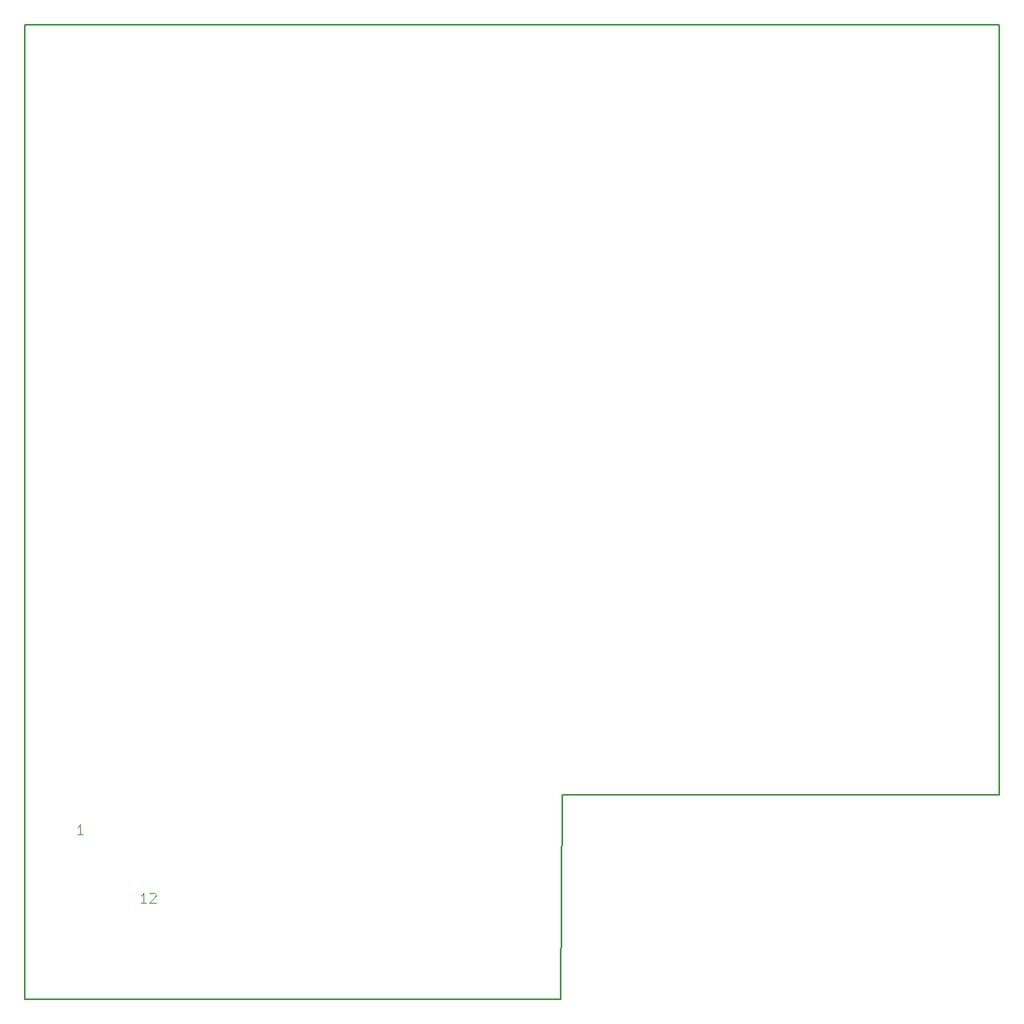
<source format=gbr>
%TF.GenerationSoftware,KiCad,Pcbnew,(5.1.8)-1*%
%TF.CreationDate,2021-04-17T11:25:56+02:00*%
%TF.ProjectId,CYC10 Board,43594331-3020-4426-9f61-72642e6b6963,rev?*%
%TF.SameCoordinates,Original*%
%TF.FileFunction,Profile,NP*%
%FSLAX46Y46*%
G04 Gerber Fmt 4.6, Leading zero omitted, Abs format (unit mm)*
G04 Created by KiCad (PCBNEW (5.1.8)-1) date 2021-04-17 11:25:56*
%MOMM*%
%LPD*%
G01*
G04 APERTURE LIST*
%TA.AperFunction,Profile*%
%ADD10C,0.150000*%
%TD*%
%ADD11C,0.050000*%
G04 APERTURE END LIST*
D10*
X81539080Y-98484140D02*
X126380240Y-98484140D01*
X81404460Y-119484140D02*
X81539080Y-98484140D01*
X126380440Y-19484340D02*
X26380440Y-19484340D01*
X126380440Y-19484340D02*
X126380240Y-98484140D01*
X26380440Y-119484340D02*
X26380440Y-19484340D01*
X26380440Y-119484340D02*
X81404460Y-119484140D01*
%TO.C,J10*%
D11*
X38818823Y-109586380D02*
X38247395Y-109586380D01*
X38533109Y-109586380D02*
X38533109Y-108586380D01*
X38437871Y-108729238D01*
X38342633Y-108824476D01*
X38247395Y-108872095D01*
X39199776Y-108681619D02*
X39247395Y-108634000D01*
X39342633Y-108586380D01*
X39580728Y-108586380D01*
X39675966Y-108634000D01*
X39723585Y-108681619D01*
X39771204Y-108776857D01*
X39771204Y-108872095D01*
X39723585Y-109014952D01*
X39152157Y-109586380D01*
X39771204Y-109586380D01*
X32310014Y-102601380D02*
X31738585Y-102601380D01*
X32024300Y-102601380D02*
X32024300Y-101601380D01*
X31929061Y-101744238D01*
X31833823Y-101839476D01*
X31738585Y-101887095D01*
%TD*%
M02*

</source>
